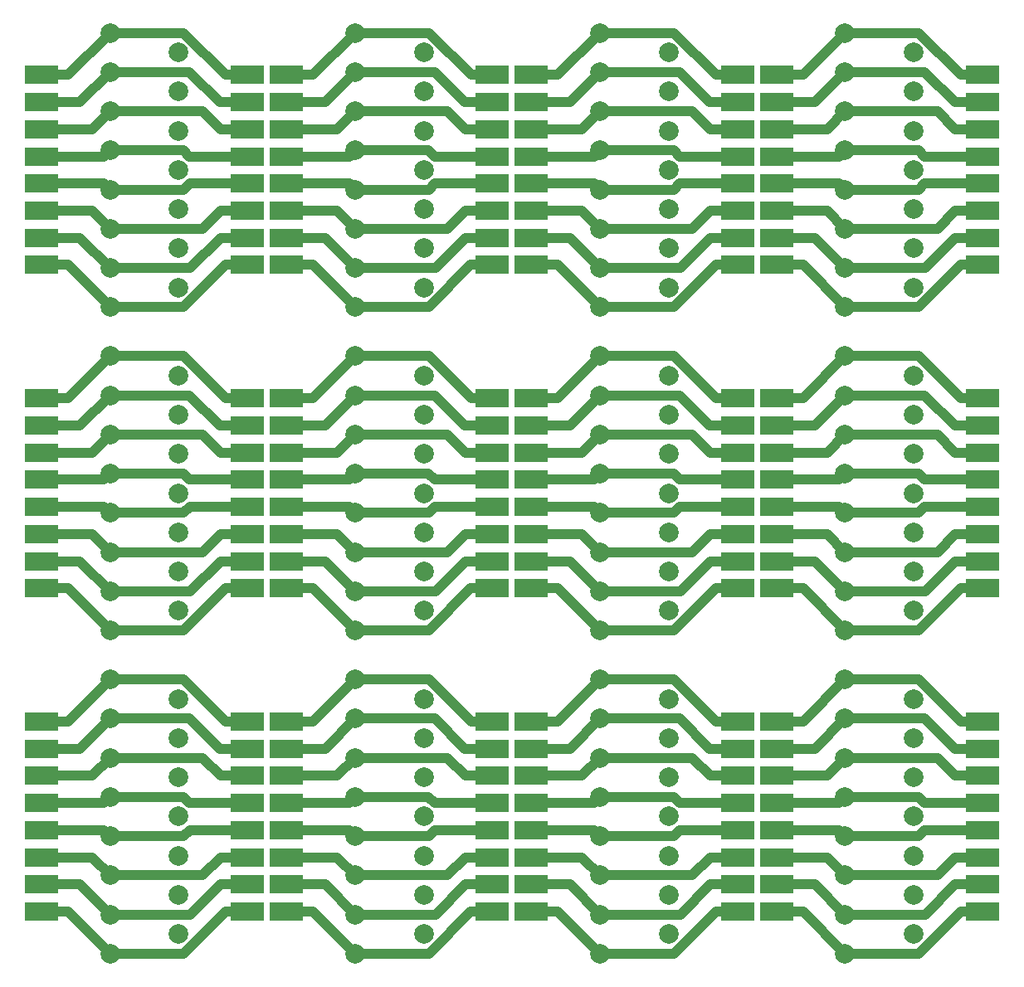
<source format=gtl>
G04 #@! TF.GenerationSoftware,KiCad,Pcbnew,(5.1.5)-3*
G04 #@! TF.CreationDate,2021-03-23T18:23:01+09:00*
G04 #@! TF.ProjectId,DSub15TestPoint(3x4),44537562-3135-4546-9573-74506f696e74,rev?*
G04 #@! TF.SameCoordinates,Original*
G04 #@! TF.FileFunction,Copper,L1,Top*
G04 #@! TF.FilePolarity,Positive*
%FSLAX46Y46*%
G04 Gerber Fmt 4.6, Leading zero omitted, Abs format (unit mm)*
G04 Created by KiCad (PCBNEW (5.1.5)-3) date 2021-03-23 18:23:01*
%MOMM*%
%LPD*%
G04 APERTURE LIST*
%ADD10C,2.000000*%
%ADD11R,3.480000X1.846667*%
%ADD12C,1.000000*%
G04 APERTURE END LIST*
D10*
X114000000Y-98500000D03*
X121000000Y-116500000D03*
X114000000Y-102500000D03*
X114000000Y-106500000D03*
X114000000Y-110500000D03*
X114000000Y-114500000D03*
X121000000Y-124500000D03*
X121000000Y-100500000D03*
X71000000Y-112500000D03*
X71000000Y-104500000D03*
X114000000Y-126500000D03*
X114000000Y-122500000D03*
X71000000Y-108500000D03*
X114000000Y-118500000D03*
X96000000Y-108500000D03*
X96000000Y-112500000D03*
X121000000Y-120500000D03*
D11*
X128000000Y-122195000D03*
X128000000Y-119425000D03*
X128000000Y-116655000D03*
X128000000Y-113885000D03*
X128000000Y-111115000D03*
X128000000Y-108345000D03*
X128000000Y-105575000D03*
X128000000Y-102805000D03*
D10*
X96000000Y-100500000D03*
D11*
X107000000Y-122195000D03*
X107000000Y-119425000D03*
X107000000Y-116655000D03*
X107000000Y-113885000D03*
X107000000Y-111115000D03*
X107000000Y-108345000D03*
X107000000Y-105575000D03*
X107000000Y-102805000D03*
D10*
X89000000Y-126500000D03*
X121000000Y-104500000D03*
X121000000Y-108500000D03*
X71000000Y-116500000D03*
X121000000Y-112500000D03*
X96000000Y-104500000D03*
X89000000Y-102500000D03*
D11*
X82000000Y-122195000D03*
X82000000Y-119425000D03*
X82000000Y-116655000D03*
X82000000Y-113885000D03*
X82000000Y-111115000D03*
X82000000Y-108345000D03*
X82000000Y-105575000D03*
X82000000Y-102805000D03*
X103000000Y-122195000D03*
X103000000Y-119425000D03*
X103000000Y-116655000D03*
X103000000Y-113885000D03*
X103000000Y-111115000D03*
X103000000Y-108345000D03*
X103000000Y-105575000D03*
X103000000Y-102805000D03*
D10*
X89000000Y-114500000D03*
X89000000Y-98500000D03*
X89000000Y-110500000D03*
X46000000Y-120500000D03*
X64000000Y-98500000D03*
X96000000Y-120500000D03*
X89000000Y-106500000D03*
X64000000Y-102500000D03*
X96000000Y-124500000D03*
X89000000Y-118500000D03*
X46000000Y-104500000D03*
X96000000Y-116500000D03*
X71000000Y-100500000D03*
X89000000Y-122500000D03*
X71000000Y-124500000D03*
X39000000Y-126500000D03*
D11*
X32000000Y-122195000D03*
X32000000Y-119425000D03*
X32000000Y-116655000D03*
X32000000Y-113885000D03*
X32000000Y-111115000D03*
X32000000Y-108345000D03*
X32000000Y-105575000D03*
X32000000Y-102805000D03*
D10*
X39000000Y-114500000D03*
D11*
X53000000Y-122195000D03*
X53000000Y-119425000D03*
X53000000Y-116655000D03*
X53000000Y-113885000D03*
X53000000Y-111115000D03*
X53000000Y-108345000D03*
X53000000Y-105575000D03*
X53000000Y-102805000D03*
D10*
X39000000Y-118500000D03*
X39000000Y-122500000D03*
X64000000Y-126500000D03*
X39000000Y-110500000D03*
D11*
X78000000Y-122195000D03*
X78000000Y-119425000D03*
X78000000Y-116655000D03*
X78000000Y-113885000D03*
X78000000Y-111115000D03*
X78000000Y-108345000D03*
X78000000Y-105575000D03*
X78000000Y-102805000D03*
X57000000Y-122195000D03*
X57000000Y-119425000D03*
X57000000Y-116655000D03*
X57000000Y-113885000D03*
X57000000Y-111115000D03*
X57000000Y-108345000D03*
X57000000Y-105575000D03*
X57000000Y-102805000D03*
D10*
X39000000Y-98500000D03*
X64000000Y-114500000D03*
X46000000Y-116500000D03*
X46000000Y-108500000D03*
X64000000Y-118500000D03*
X46000000Y-124500000D03*
X39000000Y-102500000D03*
X39000000Y-106500000D03*
X46000000Y-100500000D03*
X64000000Y-106500000D03*
X46000000Y-112500000D03*
X64000000Y-122500000D03*
X71000000Y-120500000D03*
X64000000Y-110500000D03*
X114000000Y-73500000D03*
X121000000Y-83500000D03*
X114000000Y-69500000D03*
X114000000Y-65500000D03*
X121000000Y-67500000D03*
X121000000Y-91500000D03*
X114000000Y-77500000D03*
X114000000Y-81500000D03*
X121000000Y-71500000D03*
X121000000Y-75500000D03*
X121000000Y-79500000D03*
X121000000Y-87500000D03*
X114000000Y-93500000D03*
D11*
X128000000Y-69805000D03*
X128000000Y-72575000D03*
X128000000Y-75345000D03*
X128000000Y-78115000D03*
X128000000Y-80885000D03*
X128000000Y-83655000D03*
X128000000Y-86425000D03*
X128000000Y-89195000D03*
D10*
X114000000Y-89500000D03*
X96000000Y-67500000D03*
D11*
X107000000Y-69805000D03*
X107000000Y-72575000D03*
X107000000Y-75345000D03*
X107000000Y-78115000D03*
X107000000Y-80885000D03*
X107000000Y-83655000D03*
X107000000Y-86425000D03*
X107000000Y-89195000D03*
D10*
X96000000Y-71500000D03*
X114000000Y-85500000D03*
X96000000Y-79500000D03*
X96000000Y-75500000D03*
X71000000Y-75500000D03*
X71000000Y-83500000D03*
X71000000Y-79500000D03*
X71000000Y-71500000D03*
X89000000Y-93500000D03*
X96000000Y-91500000D03*
X89000000Y-69500000D03*
X96000000Y-83500000D03*
X89000000Y-65500000D03*
X89000000Y-85500000D03*
D11*
X82000000Y-69805000D03*
X82000000Y-72575000D03*
X82000000Y-75345000D03*
X82000000Y-78115000D03*
X82000000Y-80885000D03*
X82000000Y-83655000D03*
X82000000Y-86425000D03*
X82000000Y-89195000D03*
D10*
X96000000Y-87500000D03*
X71000000Y-67500000D03*
X89000000Y-73500000D03*
D11*
X103000000Y-69805000D03*
X103000000Y-72575000D03*
X103000000Y-75345000D03*
X103000000Y-78115000D03*
X103000000Y-80885000D03*
X103000000Y-83655000D03*
X103000000Y-86425000D03*
X103000000Y-89195000D03*
D10*
X89000000Y-81500000D03*
X89000000Y-77500000D03*
X89000000Y-89500000D03*
X71000000Y-91500000D03*
X64000000Y-65500000D03*
X46000000Y-87500000D03*
X46000000Y-71500000D03*
X64000000Y-69500000D03*
X64000000Y-77500000D03*
D11*
X57000000Y-69805000D03*
X57000000Y-72575000D03*
X57000000Y-75345000D03*
X57000000Y-78115000D03*
X57000000Y-80885000D03*
X57000000Y-83655000D03*
X57000000Y-86425000D03*
X57000000Y-89195000D03*
D10*
X64000000Y-89500000D03*
X64000000Y-81500000D03*
X64000000Y-93500000D03*
D11*
X78000000Y-69805000D03*
X78000000Y-72575000D03*
X78000000Y-75345000D03*
X78000000Y-78115000D03*
X78000000Y-80885000D03*
X78000000Y-83655000D03*
X78000000Y-86425000D03*
X78000000Y-89195000D03*
D10*
X46000000Y-83500000D03*
X46000000Y-75500000D03*
X46000000Y-67500000D03*
X64000000Y-85500000D03*
X64000000Y-73500000D03*
X46000000Y-79500000D03*
X71000000Y-87500000D03*
X46000000Y-91500000D03*
X39000000Y-65500000D03*
X39000000Y-69500000D03*
X39000000Y-73500000D03*
X39000000Y-77500000D03*
D11*
X32000000Y-69805000D03*
X32000000Y-72575000D03*
X32000000Y-75345000D03*
X32000000Y-78115000D03*
X32000000Y-80885000D03*
X32000000Y-83655000D03*
X32000000Y-86425000D03*
X32000000Y-89195000D03*
D10*
X39000000Y-81500000D03*
D11*
X53000000Y-69805000D03*
X53000000Y-72575000D03*
X53000000Y-75345000D03*
X53000000Y-78115000D03*
X53000000Y-80885000D03*
X53000000Y-83655000D03*
X53000000Y-86425000D03*
X53000000Y-89195000D03*
D10*
X39000000Y-85500000D03*
X39000000Y-89500000D03*
X39000000Y-93500000D03*
D11*
X32000000Y-56195000D03*
X32000000Y-53425000D03*
X32000000Y-50655000D03*
X32000000Y-47885000D03*
X32000000Y-45115000D03*
X32000000Y-42345000D03*
X32000000Y-39575000D03*
X32000000Y-36805000D03*
X53000000Y-56195000D03*
X53000000Y-53425000D03*
X53000000Y-50655000D03*
X53000000Y-47885000D03*
X53000000Y-45115000D03*
X53000000Y-42345000D03*
X53000000Y-39575000D03*
X53000000Y-36805000D03*
D10*
X39000000Y-60500000D03*
X39000000Y-56500000D03*
X39000000Y-52500000D03*
X39000000Y-48500000D03*
X39000000Y-44500000D03*
X39000000Y-40500000D03*
X39000000Y-36500000D03*
X39000000Y-32500000D03*
X46000000Y-58500000D03*
X46000000Y-54500000D03*
X46000000Y-50500000D03*
X46000000Y-46500000D03*
X46000000Y-42500000D03*
X46000000Y-38500000D03*
X46000000Y-34500000D03*
D11*
X57000000Y-56195000D03*
X57000000Y-53425000D03*
X57000000Y-50655000D03*
X57000000Y-47885000D03*
X57000000Y-45115000D03*
X57000000Y-42345000D03*
X57000000Y-39575000D03*
X57000000Y-36805000D03*
X78000000Y-56195000D03*
X78000000Y-53425000D03*
X78000000Y-50655000D03*
X78000000Y-47885000D03*
X78000000Y-45115000D03*
X78000000Y-42345000D03*
X78000000Y-39575000D03*
X78000000Y-36805000D03*
D10*
X64000000Y-60500000D03*
X64000000Y-56500000D03*
X64000000Y-52500000D03*
X64000000Y-48500000D03*
X64000000Y-44500000D03*
X64000000Y-40500000D03*
X64000000Y-36500000D03*
X64000000Y-32500000D03*
X71000000Y-58500000D03*
X71000000Y-54500000D03*
X71000000Y-50500000D03*
X71000000Y-46500000D03*
X71000000Y-42500000D03*
X71000000Y-38500000D03*
X71000000Y-34500000D03*
D11*
X82000000Y-56195000D03*
X82000000Y-53425000D03*
X82000000Y-50655000D03*
X82000000Y-47885000D03*
X82000000Y-45115000D03*
X82000000Y-42345000D03*
X82000000Y-39575000D03*
X82000000Y-36805000D03*
X103000000Y-56195000D03*
X103000000Y-53425000D03*
X103000000Y-50655000D03*
X103000000Y-47885000D03*
X103000000Y-45115000D03*
X103000000Y-42345000D03*
X103000000Y-39575000D03*
X103000000Y-36805000D03*
D10*
X89000000Y-60500000D03*
X89000000Y-56500000D03*
X89000000Y-52500000D03*
X89000000Y-48500000D03*
X89000000Y-44500000D03*
X89000000Y-40500000D03*
X89000000Y-36500000D03*
X89000000Y-32500000D03*
X96000000Y-58500000D03*
X96000000Y-54500000D03*
X96000000Y-50500000D03*
X96000000Y-46500000D03*
X96000000Y-42500000D03*
X96000000Y-38500000D03*
X96000000Y-34500000D03*
D11*
X107000000Y-56195000D03*
X107000000Y-53425000D03*
X107000000Y-50655000D03*
X107000000Y-47885000D03*
X107000000Y-45115000D03*
X107000000Y-42345000D03*
X107000000Y-39575000D03*
X107000000Y-36805000D03*
X128000000Y-56195000D03*
X128000000Y-53425000D03*
X128000000Y-50655000D03*
X128000000Y-47885000D03*
X128000000Y-45115000D03*
X128000000Y-42345000D03*
X128000000Y-39575000D03*
X128000000Y-36805000D03*
D10*
X114000000Y-60500000D03*
X114000000Y-56500000D03*
X114000000Y-52500000D03*
X114000000Y-48500000D03*
X114000000Y-44500000D03*
X114000000Y-40500000D03*
X114000000Y-36500000D03*
X114000000Y-32500000D03*
X121000000Y-58500000D03*
X121000000Y-54500000D03*
X121000000Y-50500000D03*
X121000000Y-46500000D03*
X121000000Y-42500000D03*
X121000000Y-38500000D03*
X121000000Y-34500000D03*
D12*
X34695000Y-56195000D02*
X39000000Y-60500000D01*
X32000000Y-56195000D02*
X34695000Y-56195000D01*
X50805000Y-56195000D02*
X53000000Y-56195000D01*
X46516002Y-60483998D02*
X50805000Y-56195000D01*
X39000000Y-60500000D02*
X46516002Y-60500000D01*
X46516002Y-60500000D02*
X46516002Y-60483998D01*
X59695000Y-56195000D02*
X64000000Y-60500000D01*
X57000000Y-56195000D02*
X59695000Y-56195000D01*
X75805000Y-56195000D02*
X78000000Y-56195000D01*
X71516002Y-60483998D02*
X75805000Y-56195000D01*
X64000000Y-60500000D02*
X71516002Y-60500000D01*
X71516002Y-60500000D02*
X71516002Y-60483998D01*
X84695000Y-56195000D02*
X89000000Y-60500000D01*
X82000000Y-56195000D02*
X84695000Y-56195000D01*
X100805000Y-56195000D02*
X103000000Y-56195000D01*
X96516002Y-60483998D02*
X100805000Y-56195000D01*
X89000000Y-60500000D02*
X96516002Y-60500000D01*
X96516002Y-60500000D02*
X96516002Y-60483998D01*
X109695000Y-56195000D02*
X114000000Y-60500000D01*
X107000000Y-56195000D02*
X109695000Y-56195000D01*
X125805000Y-56195000D02*
X128000000Y-56195000D01*
X121516002Y-60483998D02*
X125805000Y-56195000D01*
X114000000Y-60500000D02*
X121516002Y-60500000D01*
X121516002Y-60500000D02*
X121516002Y-60483998D01*
X84695000Y-89195000D02*
X89000000Y-93500000D01*
X82000000Y-89195000D02*
X84695000Y-89195000D01*
X96516002Y-93483998D02*
X100805000Y-89195000D01*
X89000000Y-93500000D02*
X96516002Y-93500000D01*
X100805000Y-89195000D02*
X103000000Y-89195000D01*
X96516002Y-93500000D02*
X96516002Y-93483998D01*
X50805000Y-89195000D02*
X53000000Y-89195000D01*
X39000000Y-93500000D02*
X46516002Y-93500000D01*
X34695000Y-89195000D02*
X39000000Y-93500000D01*
X46516002Y-93500000D02*
X46516002Y-93483998D01*
X46516002Y-93483998D02*
X50805000Y-89195000D01*
X32000000Y-89195000D02*
X34695000Y-89195000D01*
X64000000Y-93500000D02*
X71516002Y-93500000D01*
X59695000Y-89195000D02*
X64000000Y-93500000D01*
X57000000Y-89195000D02*
X59695000Y-89195000D01*
X75805000Y-89195000D02*
X78000000Y-89195000D01*
X71516002Y-93483998D02*
X75805000Y-89195000D01*
X71516002Y-93500000D02*
X71516002Y-93483998D01*
X107000000Y-89195000D02*
X109695000Y-89195000D01*
X121516002Y-93483998D02*
X125805000Y-89195000D01*
X121516002Y-93500000D02*
X121516002Y-93483998D01*
X125805000Y-89195000D02*
X128000000Y-89195000D01*
X114000000Y-93500000D02*
X121516002Y-93500000D01*
X109695000Y-89195000D02*
X114000000Y-93500000D01*
X84695000Y-122195000D02*
X89000000Y-126500000D01*
X96516002Y-126500000D02*
X96516002Y-126483998D01*
X96516002Y-126483998D02*
X100805000Y-122195000D01*
X89000000Y-126500000D02*
X96516002Y-126500000D01*
X82000000Y-122195000D02*
X84695000Y-122195000D01*
X100805000Y-122195000D02*
X103000000Y-122195000D01*
X50805000Y-122195000D02*
X53000000Y-122195000D01*
X46516002Y-126500000D02*
X46516002Y-126483998D01*
X34695000Y-122195000D02*
X39000000Y-126500000D01*
X39000000Y-126500000D02*
X46516002Y-126500000D01*
X46516002Y-126483998D02*
X50805000Y-122195000D01*
X32000000Y-122195000D02*
X34695000Y-122195000D01*
X71516002Y-126483998D02*
X75805000Y-122195000D01*
X75805000Y-122195000D02*
X78000000Y-122195000D01*
X59695000Y-122195000D02*
X64000000Y-126500000D01*
X57000000Y-122195000D02*
X59695000Y-122195000D01*
X64000000Y-126500000D02*
X71516002Y-126500000D01*
X71516002Y-126500000D02*
X71516002Y-126483998D01*
X114000000Y-126500000D02*
X121516002Y-126500000D01*
X121516002Y-126500000D02*
X121516002Y-126483998D01*
X125805000Y-122195000D02*
X128000000Y-122195000D01*
X109695000Y-122195000D02*
X114000000Y-126500000D01*
X121516002Y-126483998D02*
X125805000Y-122195000D01*
X107000000Y-122195000D02*
X109695000Y-122195000D01*
X47185000Y-56500000D02*
X40414213Y-56500000D01*
X50260000Y-53425000D02*
X47185000Y-56500000D01*
X40414213Y-56500000D02*
X39000000Y-56500000D01*
X53000000Y-53425000D02*
X50260000Y-53425000D01*
X35925000Y-53425000D02*
X39000000Y-56500000D01*
X32000000Y-53425000D02*
X35925000Y-53425000D01*
X72185000Y-56500000D02*
X65414213Y-56500000D01*
X75260000Y-53425000D02*
X72185000Y-56500000D01*
X65414213Y-56500000D02*
X64000000Y-56500000D01*
X78000000Y-53425000D02*
X75260000Y-53425000D01*
X60925000Y-53425000D02*
X64000000Y-56500000D01*
X57000000Y-53425000D02*
X60925000Y-53425000D01*
X97185000Y-56500000D02*
X90414213Y-56500000D01*
X100260000Y-53425000D02*
X97185000Y-56500000D01*
X90414213Y-56500000D02*
X89000000Y-56500000D01*
X103000000Y-53425000D02*
X100260000Y-53425000D01*
X85925000Y-53425000D02*
X89000000Y-56500000D01*
X82000000Y-53425000D02*
X85925000Y-53425000D01*
X122185000Y-56500000D02*
X115414213Y-56500000D01*
X125260000Y-53425000D02*
X122185000Y-56500000D01*
X115414213Y-56500000D02*
X114000000Y-56500000D01*
X128000000Y-53425000D02*
X125260000Y-53425000D01*
X110925000Y-53425000D02*
X114000000Y-56500000D01*
X107000000Y-53425000D02*
X110925000Y-53425000D01*
X100260000Y-86425000D02*
X97185000Y-89500000D01*
X85925000Y-86425000D02*
X89000000Y-89500000D01*
X90414213Y-89500000D02*
X89000000Y-89500000D01*
X82000000Y-86425000D02*
X85925000Y-86425000D01*
X103000000Y-86425000D02*
X100260000Y-86425000D01*
X97185000Y-89500000D02*
X90414213Y-89500000D01*
X32000000Y-86425000D02*
X35925000Y-86425000D01*
X53000000Y-86425000D02*
X50260000Y-86425000D01*
X50260000Y-86425000D02*
X47185000Y-89500000D01*
X47185000Y-89500000D02*
X40414213Y-89500000D01*
X40414213Y-89500000D02*
X39000000Y-89500000D01*
X35925000Y-86425000D02*
X39000000Y-89500000D01*
X60925000Y-86425000D02*
X64000000Y-89500000D01*
X65414213Y-89500000D02*
X64000000Y-89500000D01*
X78000000Y-86425000D02*
X75260000Y-86425000D01*
X72185000Y-89500000D02*
X65414213Y-89500000D01*
X57000000Y-86425000D02*
X60925000Y-86425000D01*
X75260000Y-86425000D02*
X72185000Y-89500000D01*
X128000000Y-86425000D02*
X125260000Y-86425000D01*
X107000000Y-86425000D02*
X110925000Y-86425000D01*
X125260000Y-86425000D02*
X122185000Y-89500000D01*
X122185000Y-89500000D02*
X115414213Y-89500000D01*
X110925000Y-86425000D02*
X114000000Y-89500000D01*
X115414213Y-89500000D02*
X114000000Y-89500000D01*
X100260000Y-119425000D02*
X97185000Y-122500000D01*
X97185000Y-122500000D02*
X90414213Y-122500000D01*
X90414213Y-122500000D02*
X89000000Y-122500000D01*
X82000000Y-119425000D02*
X85925000Y-119425000D01*
X85925000Y-119425000D02*
X89000000Y-122500000D01*
X103000000Y-119425000D02*
X100260000Y-119425000D01*
X35925000Y-119425000D02*
X39000000Y-122500000D01*
X53000000Y-119425000D02*
X50260000Y-119425000D01*
X50260000Y-119425000D02*
X47185000Y-122500000D01*
X47185000Y-122500000D02*
X40414213Y-122500000D01*
X32000000Y-119425000D02*
X35925000Y-119425000D01*
X40414213Y-122500000D02*
X39000000Y-122500000D01*
X75260000Y-119425000D02*
X72185000Y-122500000D01*
X72185000Y-122500000D02*
X65414213Y-122500000D01*
X60925000Y-119425000D02*
X64000000Y-122500000D01*
X65414213Y-122500000D02*
X64000000Y-122500000D01*
X78000000Y-119425000D02*
X75260000Y-119425000D01*
X57000000Y-119425000D02*
X60925000Y-119425000D01*
X110925000Y-119425000D02*
X114000000Y-122500000D01*
X128000000Y-119425000D02*
X125260000Y-119425000D01*
X107000000Y-119425000D02*
X110925000Y-119425000D01*
X122185000Y-122500000D02*
X115414213Y-122500000D01*
X125260000Y-119425000D02*
X122185000Y-122500000D01*
X115414213Y-122500000D02*
X114000000Y-122500000D01*
X40414213Y-52500000D02*
X39000000Y-52500000D01*
X48415000Y-52500000D02*
X40414213Y-52500000D01*
X50260000Y-50655000D02*
X48415000Y-52500000D01*
X53000000Y-50655000D02*
X50260000Y-50655000D01*
X37155000Y-50655000D02*
X39000000Y-52500000D01*
X32000000Y-50655000D02*
X37155000Y-50655000D01*
X65414213Y-52500000D02*
X64000000Y-52500000D01*
X73415000Y-52500000D02*
X65414213Y-52500000D01*
X75260000Y-50655000D02*
X73415000Y-52500000D01*
X78000000Y-50655000D02*
X75260000Y-50655000D01*
X62155000Y-50655000D02*
X64000000Y-52500000D01*
X57000000Y-50655000D02*
X62155000Y-50655000D01*
X90414213Y-52500000D02*
X89000000Y-52500000D01*
X98415000Y-52500000D02*
X90414213Y-52500000D01*
X100260000Y-50655000D02*
X98415000Y-52500000D01*
X103000000Y-50655000D02*
X100260000Y-50655000D01*
X87155000Y-50655000D02*
X89000000Y-52500000D01*
X82000000Y-50655000D02*
X87155000Y-50655000D01*
X115414213Y-52500000D02*
X114000000Y-52500000D01*
X123415000Y-52500000D02*
X115414213Y-52500000D01*
X125260000Y-50655000D02*
X123415000Y-52500000D01*
X128000000Y-50655000D02*
X125260000Y-50655000D01*
X112155000Y-50655000D02*
X114000000Y-52500000D01*
X107000000Y-50655000D02*
X112155000Y-50655000D01*
X98415000Y-85500000D02*
X90414213Y-85500000D01*
X100260000Y-83655000D02*
X98415000Y-85500000D01*
X103000000Y-83655000D02*
X100260000Y-83655000D01*
X87155000Y-83655000D02*
X89000000Y-85500000D01*
X90414213Y-85500000D02*
X89000000Y-85500000D01*
X82000000Y-83655000D02*
X87155000Y-83655000D01*
X40414213Y-85500000D02*
X39000000Y-85500000D01*
X48415000Y-85500000D02*
X40414213Y-85500000D01*
X37155000Y-83655000D02*
X39000000Y-85500000D01*
X53000000Y-83655000D02*
X50260000Y-83655000D01*
X32000000Y-83655000D02*
X37155000Y-83655000D01*
X50260000Y-83655000D02*
X48415000Y-85500000D01*
X62155000Y-83655000D02*
X64000000Y-85500000D01*
X57000000Y-83655000D02*
X62155000Y-83655000D01*
X75260000Y-83655000D02*
X73415000Y-85500000D01*
X65414213Y-85500000D02*
X64000000Y-85500000D01*
X73415000Y-85500000D02*
X65414213Y-85500000D01*
X78000000Y-83655000D02*
X75260000Y-83655000D01*
X112155000Y-83655000D02*
X114000000Y-85500000D01*
X123415000Y-85500000D02*
X115414213Y-85500000D01*
X125260000Y-83655000D02*
X123415000Y-85500000D01*
X128000000Y-83655000D02*
X125260000Y-83655000D01*
X107000000Y-83655000D02*
X112155000Y-83655000D01*
X115414213Y-85500000D02*
X114000000Y-85500000D01*
X98415000Y-118500000D02*
X90414213Y-118500000D01*
X103000000Y-116655000D02*
X100260000Y-116655000D01*
X87155000Y-116655000D02*
X89000000Y-118500000D01*
X100260000Y-116655000D02*
X98415000Y-118500000D01*
X90414213Y-118500000D02*
X89000000Y-118500000D01*
X82000000Y-116655000D02*
X87155000Y-116655000D01*
X32000000Y-116655000D02*
X37155000Y-116655000D01*
X53000000Y-116655000D02*
X50260000Y-116655000D01*
X48415000Y-118500000D02*
X40414213Y-118500000D01*
X50260000Y-116655000D02*
X48415000Y-118500000D01*
X40414213Y-118500000D02*
X39000000Y-118500000D01*
X37155000Y-116655000D02*
X39000000Y-118500000D01*
X65414213Y-118500000D02*
X64000000Y-118500000D01*
X78000000Y-116655000D02*
X75260000Y-116655000D01*
X57000000Y-116655000D02*
X62155000Y-116655000D01*
X62155000Y-116655000D02*
X64000000Y-118500000D01*
X75260000Y-116655000D02*
X73415000Y-118500000D01*
X73415000Y-118500000D02*
X65414213Y-118500000D01*
X112155000Y-116655000D02*
X114000000Y-118500000D01*
X128000000Y-116655000D02*
X125260000Y-116655000D01*
X107000000Y-116655000D02*
X112155000Y-116655000D01*
X125260000Y-116655000D02*
X123415000Y-118500000D01*
X123415000Y-118500000D02*
X115414213Y-118500000D01*
X115414213Y-118500000D02*
X114000000Y-118500000D01*
X40414213Y-48500000D02*
X39000000Y-48500000D01*
X46516002Y-48500000D02*
X40414213Y-48500000D01*
X47131002Y-47885000D02*
X46516002Y-48500000D01*
X53000000Y-47885000D02*
X47131002Y-47885000D01*
X38385000Y-47885000D02*
X39000000Y-48500000D01*
X32000000Y-47885000D02*
X38385000Y-47885000D01*
X65414213Y-48500000D02*
X64000000Y-48500000D01*
X71516002Y-48500000D02*
X65414213Y-48500000D01*
X72131002Y-47885000D02*
X71516002Y-48500000D01*
X78000000Y-47885000D02*
X72131002Y-47885000D01*
X63385000Y-47885000D02*
X64000000Y-48500000D01*
X57000000Y-47885000D02*
X63385000Y-47885000D01*
X90414213Y-48500000D02*
X89000000Y-48500000D01*
X96516002Y-48500000D02*
X90414213Y-48500000D01*
X97131002Y-47885000D02*
X96516002Y-48500000D01*
X103000000Y-47885000D02*
X97131002Y-47885000D01*
X88385000Y-47885000D02*
X89000000Y-48500000D01*
X82000000Y-47885000D02*
X88385000Y-47885000D01*
X115414213Y-48500000D02*
X114000000Y-48500000D01*
X121516002Y-48500000D02*
X115414213Y-48500000D01*
X122131002Y-47885000D02*
X121516002Y-48500000D01*
X128000000Y-47885000D02*
X122131002Y-47885000D01*
X113385000Y-47885000D02*
X114000000Y-48500000D01*
X107000000Y-47885000D02*
X113385000Y-47885000D01*
X32000000Y-80885000D02*
X38385000Y-80885000D01*
X82000000Y-80885000D02*
X88385000Y-80885000D01*
X97131002Y-80885000D02*
X96516002Y-81500000D01*
X103000000Y-80885000D02*
X97131002Y-80885000D01*
X96516002Y-81500000D02*
X90414213Y-81500000D01*
X88385000Y-80885000D02*
X89000000Y-81500000D01*
X90414213Y-81500000D02*
X89000000Y-81500000D01*
X72131002Y-80885000D02*
X71516002Y-81500000D01*
X78000000Y-80885000D02*
X72131002Y-80885000D01*
X63385000Y-80885000D02*
X64000000Y-81500000D01*
X71516002Y-81500000D02*
X65414213Y-81500000D01*
X57000000Y-80885000D02*
X63385000Y-80885000D01*
X65414213Y-81500000D02*
X64000000Y-81500000D01*
X40414213Y-81500000D02*
X39000000Y-81500000D01*
X46516002Y-81500000D02*
X40414213Y-81500000D01*
X47131002Y-80885000D02*
X46516002Y-81500000D01*
X53000000Y-80885000D02*
X47131002Y-80885000D01*
X38385000Y-80885000D02*
X39000000Y-81500000D01*
X113385000Y-80885000D02*
X114000000Y-81500000D01*
X122131002Y-80885000D02*
X121516002Y-81500000D01*
X128000000Y-80885000D02*
X122131002Y-80885000D01*
X115414213Y-81500000D02*
X114000000Y-81500000D01*
X121516002Y-81500000D02*
X115414213Y-81500000D01*
X107000000Y-80885000D02*
X113385000Y-80885000D01*
X32000000Y-113885000D02*
X38385000Y-113885000D01*
X82000000Y-113885000D02*
X88385000Y-113885000D01*
X78000000Y-113885000D02*
X72131002Y-113885000D01*
X88385000Y-113885000D02*
X89000000Y-114500000D01*
X103000000Y-113885000D02*
X97131002Y-113885000D01*
X72131002Y-113885000D02*
X71516002Y-114500000D01*
X97131002Y-113885000D02*
X96516002Y-114500000D01*
X57000000Y-113885000D02*
X63385000Y-113885000D01*
X96516002Y-114500000D02*
X90414213Y-114500000D01*
X71516002Y-114500000D02*
X65414213Y-114500000D01*
X90414213Y-114500000D02*
X89000000Y-114500000D01*
X63385000Y-113885000D02*
X64000000Y-114500000D01*
X65414213Y-114500000D02*
X64000000Y-114500000D01*
X47131002Y-113885000D02*
X46516002Y-114500000D01*
X53000000Y-113885000D02*
X47131002Y-113885000D01*
X40414213Y-114500000D02*
X39000000Y-114500000D01*
X46516002Y-114500000D02*
X40414213Y-114500000D01*
X38385000Y-113885000D02*
X39000000Y-114500000D01*
X128000000Y-113885000D02*
X122131002Y-113885000D01*
X121516002Y-114500000D02*
X115414213Y-114500000D01*
X122131002Y-113885000D02*
X121516002Y-114500000D01*
X107000000Y-113885000D02*
X113385000Y-113885000D01*
X113385000Y-113885000D02*
X114000000Y-114500000D01*
X115414213Y-114500000D02*
X114000000Y-114500000D01*
X40414213Y-44500000D02*
X39000000Y-44500000D01*
X46500000Y-44500000D02*
X40414213Y-44500000D01*
X47115000Y-45115000D02*
X46500000Y-44500000D01*
X53000000Y-45115000D02*
X47115000Y-45115000D01*
X38385000Y-45115000D02*
X39000000Y-44500000D01*
X32000000Y-45115000D02*
X38385000Y-45115000D01*
X65414213Y-44500000D02*
X64000000Y-44500000D01*
X71500000Y-44500000D02*
X65414213Y-44500000D01*
X72115000Y-45115000D02*
X71500000Y-44500000D01*
X78000000Y-45115000D02*
X72115000Y-45115000D01*
X63385000Y-45115000D02*
X64000000Y-44500000D01*
X57000000Y-45115000D02*
X63385000Y-45115000D01*
X90414213Y-44500000D02*
X89000000Y-44500000D01*
X96500000Y-44500000D02*
X90414213Y-44500000D01*
X97115000Y-45115000D02*
X96500000Y-44500000D01*
X103000000Y-45115000D02*
X97115000Y-45115000D01*
X88385000Y-45115000D02*
X89000000Y-44500000D01*
X82000000Y-45115000D02*
X88385000Y-45115000D01*
X115414213Y-44500000D02*
X114000000Y-44500000D01*
X121500000Y-44500000D02*
X115414213Y-44500000D01*
X122115000Y-45115000D02*
X121500000Y-44500000D01*
X128000000Y-45115000D02*
X122115000Y-45115000D01*
X113385000Y-45115000D02*
X114000000Y-44500000D01*
X107000000Y-45115000D02*
X113385000Y-45115000D01*
X103000000Y-78115000D02*
X97115000Y-78115000D01*
X88385000Y-78115000D02*
X89000000Y-77500000D01*
X46500000Y-77500000D02*
X40414213Y-77500000D01*
X53000000Y-78115000D02*
X47115000Y-78115000D01*
X40414213Y-77500000D02*
X39000000Y-77500000D01*
X47115000Y-78115000D02*
X46500000Y-77500000D01*
X38385000Y-78115000D02*
X39000000Y-77500000D01*
X32000000Y-78115000D02*
X38385000Y-78115000D01*
X90414213Y-77500000D02*
X89000000Y-77500000D01*
X97115000Y-78115000D02*
X96500000Y-77500000D01*
X96500000Y-77500000D02*
X90414213Y-77500000D01*
X63385000Y-78115000D02*
X64000000Y-77500000D01*
X57000000Y-78115000D02*
X63385000Y-78115000D01*
X65414213Y-77500000D02*
X64000000Y-77500000D01*
X72115000Y-78115000D02*
X71500000Y-77500000D01*
X71500000Y-77500000D02*
X65414213Y-77500000D01*
X78000000Y-78115000D02*
X72115000Y-78115000D01*
X82000000Y-78115000D02*
X88385000Y-78115000D01*
X121500000Y-77500000D02*
X115414213Y-77500000D01*
X122115000Y-78115000D02*
X121500000Y-77500000D01*
X128000000Y-78115000D02*
X122115000Y-78115000D01*
X113385000Y-78115000D02*
X114000000Y-77500000D01*
X115414213Y-77500000D02*
X114000000Y-77500000D01*
X107000000Y-78115000D02*
X113385000Y-78115000D01*
X88385000Y-111115000D02*
X89000000Y-110500000D01*
X103000000Y-111115000D02*
X97115000Y-111115000D01*
X46500000Y-110500000D02*
X40414213Y-110500000D01*
X65414213Y-110500000D02*
X64000000Y-110500000D01*
X78000000Y-111115000D02*
X72115000Y-111115000D01*
X71500000Y-110500000D02*
X65414213Y-110500000D01*
X97115000Y-111115000D02*
X96500000Y-110500000D01*
X40414213Y-110500000D02*
X39000000Y-110500000D01*
X47115000Y-111115000D02*
X46500000Y-110500000D01*
X53000000Y-111115000D02*
X47115000Y-111115000D01*
X96500000Y-110500000D02*
X90414213Y-110500000D01*
X63385000Y-111115000D02*
X64000000Y-110500000D01*
X38385000Y-111115000D02*
X39000000Y-110500000D01*
X32000000Y-111115000D02*
X38385000Y-111115000D01*
X90414213Y-110500000D02*
X89000000Y-110500000D01*
X57000000Y-111115000D02*
X63385000Y-111115000D01*
X72115000Y-111115000D02*
X71500000Y-110500000D01*
X82000000Y-111115000D02*
X88385000Y-111115000D01*
X121500000Y-110500000D02*
X115414213Y-110500000D01*
X122115000Y-111115000D02*
X121500000Y-110500000D01*
X128000000Y-111115000D02*
X122115000Y-111115000D01*
X113385000Y-111115000D02*
X114000000Y-110500000D01*
X115414213Y-110500000D02*
X114000000Y-110500000D01*
X107000000Y-111115000D02*
X113385000Y-111115000D01*
X40414213Y-40500000D02*
X39000000Y-40500000D01*
X48415000Y-40500000D02*
X40414213Y-40500000D01*
X50260000Y-42345000D02*
X48415000Y-40500000D01*
X53000000Y-42345000D02*
X50260000Y-42345000D01*
X37155000Y-42345000D02*
X39000000Y-40500000D01*
X32000000Y-42345000D02*
X37155000Y-42345000D01*
X65414213Y-40500000D02*
X64000000Y-40500000D01*
X73415000Y-40500000D02*
X65414213Y-40500000D01*
X75260000Y-42345000D02*
X73415000Y-40500000D01*
X78000000Y-42345000D02*
X75260000Y-42345000D01*
X62155000Y-42345000D02*
X64000000Y-40500000D01*
X57000000Y-42345000D02*
X62155000Y-42345000D01*
X90414213Y-40500000D02*
X89000000Y-40500000D01*
X98415000Y-40500000D02*
X90414213Y-40500000D01*
X100260000Y-42345000D02*
X98415000Y-40500000D01*
X103000000Y-42345000D02*
X100260000Y-42345000D01*
X87155000Y-42345000D02*
X89000000Y-40500000D01*
X82000000Y-42345000D02*
X87155000Y-42345000D01*
X115414213Y-40500000D02*
X114000000Y-40500000D01*
X123415000Y-40500000D02*
X115414213Y-40500000D01*
X125260000Y-42345000D02*
X123415000Y-40500000D01*
X128000000Y-42345000D02*
X125260000Y-42345000D01*
X112155000Y-42345000D02*
X114000000Y-40500000D01*
X107000000Y-42345000D02*
X112155000Y-42345000D01*
X32000000Y-75345000D02*
X37155000Y-75345000D01*
X40414213Y-73500000D02*
X39000000Y-73500000D01*
X48415000Y-73500000D02*
X40414213Y-73500000D01*
X50260000Y-75345000D02*
X48415000Y-73500000D01*
X37155000Y-75345000D02*
X39000000Y-73500000D01*
X53000000Y-75345000D02*
X50260000Y-75345000D01*
X78000000Y-75345000D02*
X75260000Y-75345000D01*
X62155000Y-75345000D02*
X64000000Y-73500000D01*
X65414213Y-73500000D02*
X64000000Y-73500000D01*
X73415000Y-73500000D02*
X65414213Y-73500000D01*
X57000000Y-75345000D02*
X62155000Y-75345000D01*
X75260000Y-75345000D02*
X73415000Y-73500000D01*
X82000000Y-75345000D02*
X87155000Y-75345000D01*
X98415000Y-73500000D02*
X90414213Y-73500000D01*
X103000000Y-75345000D02*
X100260000Y-75345000D01*
X87155000Y-75345000D02*
X89000000Y-73500000D01*
X90414213Y-73500000D02*
X89000000Y-73500000D01*
X100260000Y-75345000D02*
X98415000Y-73500000D01*
X115414213Y-73500000D02*
X114000000Y-73500000D01*
X128000000Y-75345000D02*
X125260000Y-75345000D01*
X107000000Y-75345000D02*
X112155000Y-75345000D01*
X123415000Y-73500000D02*
X115414213Y-73500000D01*
X125260000Y-75345000D02*
X123415000Y-73500000D01*
X112155000Y-75345000D02*
X114000000Y-73500000D01*
X32000000Y-108345000D02*
X37155000Y-108345000D01*
X48415000Y-106500000D02*
X40414213Y-106500000D01*
X40414213Y-106500000D02*
X39000000Y-106500000D01*
X50260000Y-108345000D02*
X48415000Y-106500000D01*
X37155000Y-108345000D02*
X39000000Y-106500000D01*
X73415000Y-106500000D02*
X65414213Y-106500000D01*
X62155000Y-108345000D02*
X64000000Y-106500000D01*
X65414213Y-106500000D02*
X64000000Y-106500000D01*
X75260000Y-108345000D02*
X73415000Y-106500000D01*
X53000000Y-108345000D02*
X50260000Y-108345000D01*
X78000000Y-108345000D02*
X75260000Y-108345000D01*
X57000000Y-108345000D02*
X62155000Y-108345000D01*
X90414213Y-106500000D02*
X89000000Y-106500000D01*
X103000000Y-108345000D02*
X100260000Y-108345000D01*
X100260000Y-108345000D02*
X98415000Y-106500000D01*
X98415000Y-106500000D02*
X90414213Y-106500000D01*
X82000000Y-108345000D02*
X87155000Y-108345000D01*
X87155000Y-108345000D02*
X89000000Y-106500000D01*
X128000000Y-108345000D02*
X125260000Y-108345000D01*
X123415000Y-106500000D02*
X115414213Y-106500000D01*
X107000000Y-108345000D02*
X112155000Y-108345000D01*
X125260000Y-108345000D02*
X123415000Y-106500000D01*
X112155000Y-108345000D02*
X114000000Y-106500000D01*
X115414213Y-106500000D02*
X114000000Y-106500000D01*
X40414213Y-36500000D02*
X39000000Y-36500000D01*
X47116000Y-36500000D02*
X40414213Y-36500000D01*
X50191000Y-39575000D02*
X47116000Y-36500000D01*
X53000000Y-39575000D02*
X50191000Y-39575000D01*
X35925000Y-39575000D02*
X39000000Y-36500000D01*
X32000000Y-39575000D02*
X35925000Y-39575000D01*
X65414213Y-36500000D02*
X64000000Y-36500000D01*
X72116000Y-36500000D02*
X65414213Y-36500000D01*
X75191000Y-39575000D02*
X72116000Y-36500000D01*
X78000000Y-39575000D02*
X75191000Y-39575000D01*
X60925000Y-39575000D02*
X64000000Y-36500000D01*
X57000000Y-39575000D02*
X60925000Y-39575000D01*
X90414213Y-36500000D02*
X89000000Y-36500000D01*
X97116000Y-36500000D02*
X90414213Y-36500000D01*
X100191000Y-39575000D02*
X97116000Y-36500000D01*
X103000000Y-39575000D02*
X100191000Y-39575000D01*
X85925000Y-39575000D02*
X89000000Y-36500000D01*
X82000000Y-39575000D02*
X85925000Y-39575000D01*
X115414213Y-36500000D02*
X114000000Y-36500000D01*
X122116000Y-36500000D02*
X115414213Y-36500000D01*
X125191000Y-39575000D02*
X122116000Y-36500000D01*
X128000000Y-39575000D02*
X125191000Y-39575000D01*
X110925000Y-39575000D02*
X114000000Y-36500000D01*
X107000000Y-39575000D02*
X110925000Y-39575000D01*
X128000000Y-72575000D02*
X125191000Y-72575000D01*
X53000000Y-72575000D02*
X50191000Y-72575000D01*
X35925000Y-72575000D02*
X39000000Y-69500000D01*
X47116000Y-69500000D02*
X40414213Y-69500000D01*
X50191000Y-72575000D02*
X47116000Y-69500000D01*
X32000000Y-72575000D02*
X35925000Y-72575000D01*
X40414213Y-69500000D02*
X39000000Y-69500000D01*
X75191000Y-72575000D02*
X72116000Y-69500000D01*
X65414213Y-69500000D02*
X64000000Y-69500000D01*
X72116000Y-69500000D02*
X65414213Y-69500000D01*
X57000000Y-72575000D02*
X60925000Y-72575000D01*
X78000000Y-72575000D02*
X75191000Y-72575000D01*
X60925000Y-72575000D02*
X64000000Y-69500000D01*
X100191000Y-72575000D02*
X97116000Y-69500000D01*
X85925000Y-72575000D02*
X89000000Y-69500000D01*
X82000000Y-72575000D02*
X85925000Y-72575000D01*
X103000000Y-72575000D02*
X100191000Y-72575000D01*
X90414213Y-69500000D02*
X89000000Y-69500000D01*
X97116000Y-69500000D02*
X90414213Y-69500000D01*
X125191000Y-72575000D02*
X122116000Y-69500000D01*
X115414213Y-69500000D02*
X114000000Y-69500000D01*
X122116000Y-69500000D02*
X115414213Y-69500000D01*
X107000000Y-72575000D02*
X110925000Y-72575000D01*
X110925000Y-72575000D02*
X114000000Y-69500000D01*
X128000000Y-105575000D02*
X125191000Y-105575000D01*
X53000000Y-105575000D02*
X50191000Y-105575000D01*
X35925000Y-105575000D02*
X39000000Y-102500000D01*
X47116000Y-102500000D02*
X40414213Y-102500000D01*
X60925000Y-105575000D02*
X64000000Y-102500000D01*
X57000000Y-105575000D02*
X60925000Y-105575000D01*
X72116000Y-102500000D02*
X65414213Y-102500000D01*
X32000000Y-105575000D02*
X35925000Y-105575000D01*
X78000000Y-105575000D02*
X75191000Y-105575000D01*
X65414213Y-102500000D02*
X64000000Y-102500000D01*
X75191000Y-105575000D02*
X72116000Y-102500000D01*
X40414213Y-102500000D02*
X39000000Y-102500000D01*
X50191000Y-105575000D02*
X47116000Y-102500000D01*
X82000000Y-105575000D02*
X85925000Y-105575000D01*
X90414213Y-102500000D02*
X89000000Y-102500000D01*
X100191000Y-105575000D02*
X97116000Y-102500000D01*
X103000000Y-105575000D02*
X100191000Y-105575000D01*
X85925000Y-105575000D02*
X89000000Y-102500000D01*
X97116000Y-102500000D02*
X90414213Y-102500000D01*
X115414213Y-102500000D02*
X114000000Y-102500000D01*
X125191000Y-105575000D02*
X122116000Y-102500000D01*
X122116000Y-102500000D02*
X115414213Y-102500000D01*
X110925000Y-105575000D02*
X114000000Y-102500000D01*
X107000000Y-105575000D02*
X110925000Y-105575000D01*
X40414213Y-32500000D02*
X39000000Y-32500000D01*
X46516002Y-32500000D02*
X40414213Y-32500000D01*
X50821002Y-36805000D02*
X46516002Y-32500000D01*
X53000000Y-36805000D02*
X50821002Y-36805000D01*
X34695000Y-36805000D02*
X39000000Y-32500000D01*
X32000000Y-36805000D02*
X34695000Y-36805000D01*
X65414213Y-32500000D02*
X64000000Y-32500000D01*
X71516002Y-32500000D02*
X65414213Y-32500000D01*
X75821002Y-36805000D02*
X71516002Y-32500000D01*
X78000000Y-36805000D02*
X75821002Y-36805000D01*
X59695000Y-36805000D02*
X64000000Y-32500000D01*
X57000000Y-36805000D02*
X59695000Y-36805000D01*
X90414213Y-32500000D02*
X89000000Y-32500000D01*
X96516002Y-32500000D02*
X90414213Y-32500000D01*
X100821002Y-36805000D02*
X96516002Y-32500000D01*
X103000000Y-36805000D02*
X100821002Y-36805000D01*
X84695000Y-36805000D02*
X89000000Y-32500000D01*
X82000000Y-36805000D02*
X84695000Y-36805000D01*
X115414213Y-32500000D02*
X114000000Y-32500000D01*
X121516002Y-32500000D02*
X115414213Y-32500000D01*
X125821002Y-36805000D02*
X121516002Y-32500000D01*
X128000000Y-36805000D02*
X125821002Y-36805000D01*
X109695000Y-36805000D02*
X114000000Y-32500000D01*
X107000000Y-36805000D02*
X109695000Y-36805000D01*
X34695000Y-69805000D02*
X39000000Y-65500000D01*
X32000000Y-69805000D02*
X34695000Y-69805000D01*
X50821002Y-69805000D02*
X46516002Y-65500000D01*
X53000000Y-69805000D02*
X50821002Y-69805000D01*
X40414213Y-65500000D02*
X39000000Y-65500000D01*
X46516002Y-65500000D02*
X40414213Y-65500000D01*
X65414213Y-65500000D02*
X64000000Y-65500000D01*
X78000000Y-69805000D02*
X75821002Y-69805000D01*
X71516002Y-65500000D02*
X65414213Y-65500000D01*
X75821002Y-69805000D02*
X71516002Y-65500000D01*
X59695000Y-69805000D02*
X64000000Y-65500000D01*
X57000000Y-69805000D02*
X59695000Y-69805000D01*
X84695000Y-69805000D02*
X89000000Y-65500000D01*
X96516002Y-65500000D02*
X90414213Y-65500000D01*
X90414213Y-65500000D02*
X89000000Y-65500000D01*
X100821002Y-69805000D02*
X96516002Y-65500000D01*
X82000000Y-69805000D02*
X84695000Y-69805000D01*
X103000000Y-69805000D02*
X100821002Y-69805000D01*
X107000000Y-69805000D02*
X109695000Y-69805000D01*
X109695000Y-69805000D02*
X114000000Y-65500000D01*
X128000000Y-69805000D02*
X125821002Y-69805000D01*
X125821002Y-69805000D02*
X121516002Y-65500000D01*
X121516002Y-65500000D02*
X115414213Y-65500000D01*
X115414213Y-65500000D02*
X114000000Y-65500000D01*
X40414213Y-98500000D02*
X39000000Y-98500000D01*
X32000000Y-102805000D02*
X34695000Y-102805000D01*
X34695000Y-102805000D02*
X39000000Y-98500000D01*
X50821002Y-102805000D02*
X46516002Y-98500000D01*
X53000000Y-102805000D02*
X50821002Y-102805000D01*
X78000000Y-102805000D02*
X75821002Y-102805000D01*
X71516002Y-98500000D02*
X65414213Y-98500000D01*
X59695000Y-102805000D02*
X64000000Y-98500000D01*
X57000000Y-102805000D02*
X59695000Y-102805000D01*
X65414213Y-98500000D02*
X64000000Y-98500000D01*
X75821002Y-102805000D02*
X71516002Y-98500000D01*
X46516002Y-98500000D02*
X40414213Y-98500000D01*
X82000000Y-102805000D02*
X84695000Y-102805000D01*
X100821002Y-102805000D02*
X96516002Y-98500000D01*
X103000000Y-102805000D02*
X100821002Y-102805000D01*
X90414213Y-98500000D02*
X89000000Y-98500000D01*
X84695000Y-102805000D02*
X89000000Y-98500000D01*
X96516002Y-98500000D02*
X90414213Y-98500000D01*
X128000000Y-102805000D02*
X125821002Y-102805000D01*
X115414213Y-98500000D02*
X114000000Y-98500000D01*
X121516002Y-98500000D02*
X115414213Y-98500000D01*
X107000000Y-102805000D02*
X109695000Y-102805000D01*
X125821002Y-102805000D02*
X121516002Y-98500000D01*
X109695000Y-102805000D02*
X114000000Y-98500000D01*
M02*

</source>
